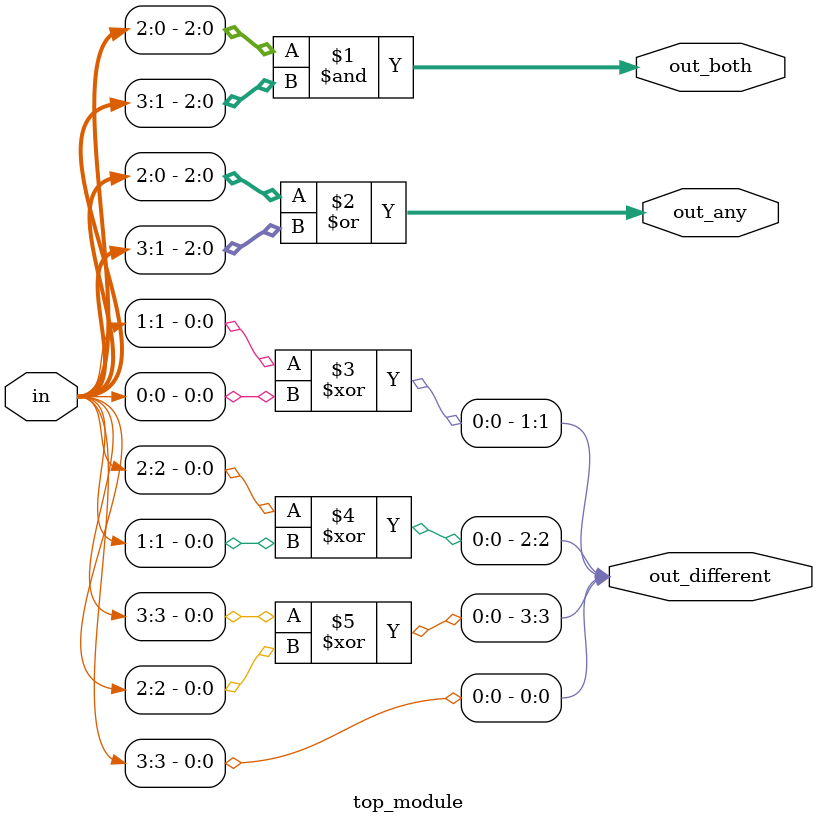
<source format=sv>
module top_module (
	input [3:0] in,
	output [2:0] out_both,
	output [3:1] out_any,
	output [3:0] out_different
);

	assign out_both = in[2:0] & in[3:1];
	assign out_any = in[2:0] | in[3:1];
	assign out_different = {in[3] ^ in[2], in[2] ^ in[1], in[1] ^ in[0], in[3]};

endmodule

</source>
